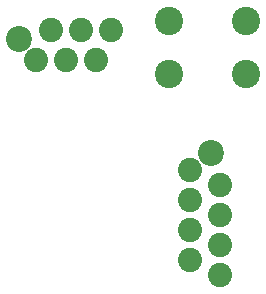
<source format=gbr>
G04 #@! TF.FileFunction,Soldermask,Top*
%FSLAX46Y46*%
G04 Gerber Fmt 4.6, Leading zero omitted, Abs format (unit mm)*
G04 Created by KiCad (PCBNEW 4.0.7) date 07/17/18 16:46:28*
%MOMM*%
%LPD*%
G01*
G04 APERTURE LIST*
%ADD10C,0.100000*%
%ADD11C,2.050000*%
%ADD12C,2.200000*%
%ADD13C,2.400000*%
G04 APERTURE END LIST*
D10*
D11*
X162947000Y-114812300D03*
X160407000Y-113542300D03*
X162947000Y-109732300D03*
X162947000Y-107192300D03*
X162947000Y-112272300D03*
X160407000Y-105922300D03*
X160407000Y-108462300D03*
X160407000Y-111002300D03*
D12*
X162207000Y-104522300D03*
D11*
X151185100Y-94113700D03*
X148645100Y-94113700D03*
X153725100Y-94113700D03*
X147375100Y-96653700D03*
X149915100Y-96653700D03*
X152455100Y-96653700D03*
D12*
X145975100Y-94853700D03*
D13*
X165163500Y-97845000D03*
X165163500Y-93345000D03*
X158663500Y-97845000D03*
X158663500Y-93345000D03*
M02*

</source>
